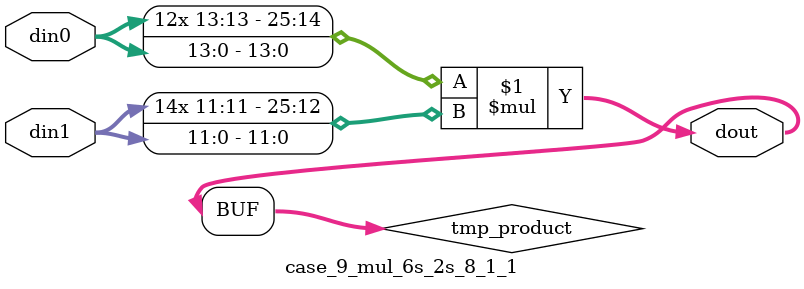
<source format=v>

`timescale 1 ns / 1 ps

 (* use_dsp = "no" *)  module case_9_mul_6s_2s_8_1_1(din0, din1, dout);
parameter ID = 1;
parameter NUM_STAGE = 0;
parameter din0_WIDTH = 14;
parameter din1_WIDTH = 12;
parameter dout_WIDTH = 26;

input [din0_WIDTH - 1 : 0] din0; 
input [din1_WIDTH - 1 : 0] din1; 
output [dout_WIDTH - 1 : 0] dout;

wire signed [dout_WIDTH - 1 : 0] tmp_product;



























assign tmp_product = $signed(din0) * $signed(din1);








assign dout = tmp_product;





















endmodule

</source>
